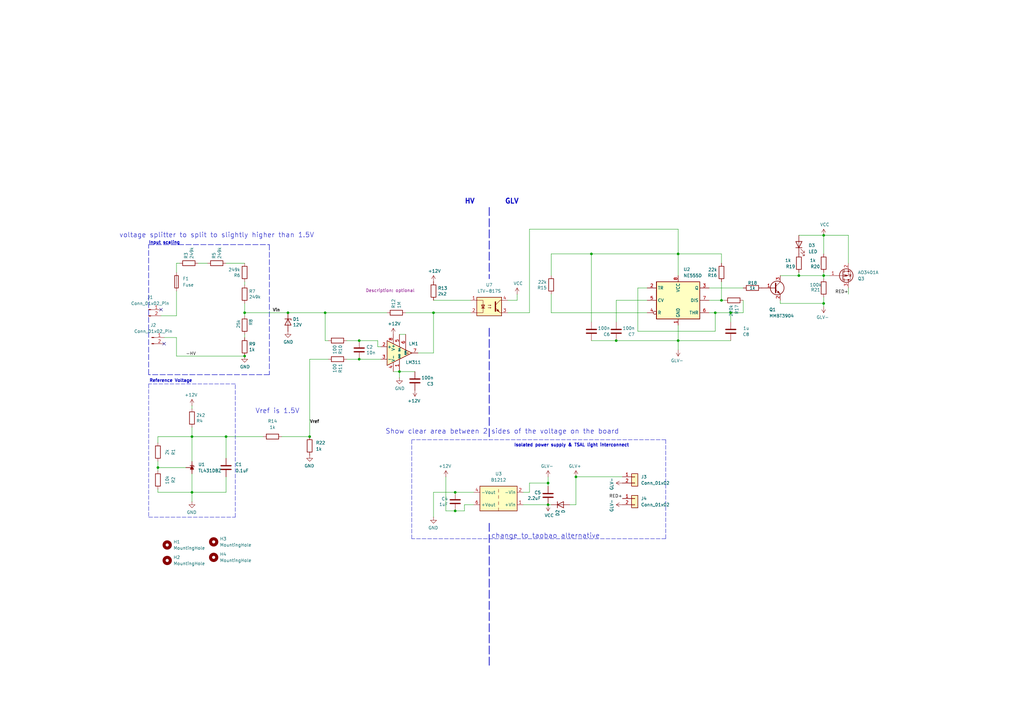
<source format=kicad_sch>
(kicad_sch (version 20250114) (generator "eeschema") (generator_version "9.0")
  (paper "A3")
  (title_block (title "TSAL") (date "2020-03-11") (rev "3.1") (company "NU Racing (UoN)") (comment 1 "Michael Ruppe") (comment 2 "github.com/michaelruppe/FSAE"))
  (lib_symbols
    (symbol "Comparator:LM311" (pin_names (offset 0.127))
      (property "Reference" "U" (at 3.81 6.35 0))
      (property "Value" "LM311" (at 3.81 3.81 0))
      (symbol "LM311_0_1"
        (polyline (pts (xy 3.683 -0.381) (xy 3.302 -0.381) (xy 3.683 0) (xy 3.302 0.381) (xy 2.921 0) (xy 3.302 -0.381) (xy 2.921 -0.381)) (stroke (width 0.127)))
        (polyline (pts (xy 5.08 0) (xy -5.08 5.08) (xy -5.08 -5.08) (xy 5.08 0)) (stroke (width 0.254)) (fill (type background)))
      )
      (symbol "LM311_1_1"
        (pin input line (at -7.62 2.54 0) (length 2.54) (name "+") (number "2"))
        (pin input line (at -7.62 -2.54 0) (length 2.54) (name "-") (number "3"))
        (pin power_in line (at -2.54 7.62 270) (length 3.81) (name "V+") (number "8"))
        (pin power_in line (at -2.54 -7.62 90) (length 3.81) (name "V-") (number "4"))
        (pin input line (at 0 7.62 270) (length 5.08) (name "BAL") (number "5"))
        (pin passive line (at 0 -7.62 90) (length 5.08) (name "GND") (number "1"))
        (pin input line (at 2.54 7.62 270) (length 6.35) (name "STRB") (number "6"))
        (pin open_collector line (at 7.62 0 180) (length 2.54) (name "~") (number "7"))
      )
    )
    (symbol "Connector:Conn_01x02_Pin" (pin_names (offset 1.016) (hide yes))
      (property "Reference" "J" (at 0 2.54 0))
      (property "Value" "Conn_01x02_Pin" (at 0 -5.08 0))
      (symbol "Conn_01x02_Pin_1_1"
        (rectangle (start 0.8636 0.127) (end 0 -0.127) (stroke (width 0.1524)) (fill (type outline)))
        (rectangle (start 0.8636 -2.413) (end 0 -2.667) (stroke (width 0.1524)) (fill (type outline)))
        (polyline (pts (xy 1.27 0) (xy 0.8636 0)) (stroke (width 0.1524)))
        (polyline (pts (xy 1.27 -2.54) (xy 0.8636 -2.54)) (stroke (width 0.1524)))
        (pin passive line (at 5.08 0 180) (length 3.81) (name "Pin_1") (number "1"))
        (pin passive line (at 5.08 -2.54 180) (length 3.81) (name "Pin_2") (number "2"))
      )
    )
    (symbol "Connector_Generic:Conn_01x02" (pin_names (offset 1.016) (hide yes))
      (property "Reference" "J" (at 0 2.54 0))
      (property "Value" "Conn_01x02" (at 0 -5.08 0))
      (symbol "Conn_01x02_1_1"
        (rectangle (start -1.27 1.27) (end 1.27 -3.81) (stroke (width 0.254)) (fill (type background)))
        (rectangle (start -1.27 0.127) (end 0 -0.127) (stroke (width 0.1524)))
        (rectangle (start -1.27 -2.413) (end 0 -2.667) (stroke (width 0.1524)))
        (pin passive line (at -5.08 0 0) (length 3.81) (name "Pin_1") (number "1"))
        (pin passive line (at -5.08 -2.54 0) (length 3.81) (name "Pin_2") (number "2"))
      )
    )
    (symbol "Converter_DCDC:TBA2-1212"
      (property "Reference" "U" (at -6.35 6.35 0))
      (property "Value" "TBA2-1212" (at 2.54 6.35 0))
      (symbol "TBA2-1212_0_1"
        (rectangle (start -7.62 5.08) (end 7.62 -5.08) (stroke (width 0.254)) (fill (type background)))
        (polyline (pts (xy 0 5.08) (xy 0 3.81)))
        (polyline (pts (xy 0 2.54) (xy 0 1.27)))
        (polyline (pts (xy 0 0) (xy 0 -1.27)))
        (polyline (pts (xy 0 -2.54) (xy 0 -3.81)))
      )
      (symbol "TBA2-1212_1_1"
        (pin power_in line (at -10.16 2.54 0) (length 2.54) (name "+Vin") (number "1"))
        (pin power_in line (at -10.16 -2.54 0) (length 2.54) (name "-Vin") (number "2"))
        (pin power_out line (at 10.16 2.54 180) (length 2.54) (name "+Vout") (number "6"))
        (pin power_out line (at 10.16 -2.54 180) (length 2.54) (name "-Vout") (number "4"))
      )
    )
    (symbol "Device:C" (pin_numbers (hide yes)) (pin_names (offset 0.254))
      (property "Reference" "C" (at 0.635 2.54 0))
      (property "Value" "C" (at 0.635 -2.54 0))
      (symbol "C_0_1"
        (polyline (pts (xy -2.032 0.762) (xy 2.032 0.762)) (stroke (width 0.508)))
        (polyline (pts (xy -2.032 -0.762) (xy 2.032 -0.762)) (stroke (width 0.508)))
      )
      (symbol "C_1_1"
        (pin passive line (at 0 3.81 270) (length 2.794) (name "~") (number "1"))
        (pin passive line (at 0 -3.81 90) (length 2.794) (name "~") (number "2"))
      )
    )
    (symbol "Device:D" (pin_numbers (hide yes)) (pin_names (offset 1.016) (hide yes))
      (property "Reference" "D" (at 0 2.54 0))
      (property "Value" "D" (at 0 -2.54 0))
      (symbol "D_0_1"
        (polyline (pts (xy -1.27 1.27) (xy -1.27 -1.27)) (stroke (width 0.254)))
        (polyline (pts (xy 1.27 1.27) (xy 1.27 -1.27) (xy -1.27 0) (xy 1.27 1.27)) (stroke (width 0.254)))
        (polyline (pts (xy 1.27 0) (xy -1.27 0)))
      )
      (symbol "D_1_1"
        (pin passive line (at -3.81 0 0) (length 2.54) (name "K") (number "1"))
        (pin passive line (at 3.81 0 180) (length 2.54) (name "A") (number "2"))
      )
    )
    (symbol "Device:D_Zener" (pin_numbers (hide yes)) (pin_names (offset 1.016) (hide yes))
      (property "Reference" "D" (at 0 2.54 0))
      (property "Value" "D_Zener" (at 0 -2.54 0))
      (symbol "D_Zener_0_1"
        (polyline (pts (xy -1.27 -1.27) (xy -1.27 1.27) (xy -0.762 1.27)) (stroke (width 0.254)))
        (polyline (pts (xy 1.27 0) (xy -1.27 0)))
        (polyline (pts (xy 1.27 -1.27) (xy 1.27 1.27) (xy -1.27 0) (xy 1.27 -1.27)) (stroke (width 0.254)))
      )
      (symbol "D_Zener_1_1"
        (pin passive line (at -3.81 0 0) (length 2.54) (name "K") (number "1"))
        (pin passive line (at 3.81 0 180) (length 2.54) (name "A") (number "2"))
      )
    )
    (symbol "Device:Fuse" (pin_numbers (hide yes)) (pin_names (offset 0))
      (property "Reference" "F" (at 2.032 0 90))
      (property "Value" "Fuse" (at -1.905 0 90))
      (symbol "Fuse_0_1"
        (rectangle (start -0.762 -2.54) (end 0.762 2.54) (stroke (width 0.254)))
        (polyline (pts (xy 0 2.54) (xy 0 -2.54)))
      )
      (symbol "Fuse_1_1"
        (pin passive line (at 0 3.81 270) (length 1.27) (name "~") (number "1"))
        (pin passive line (at 0 -3.81 90) (length 1.27) (name "~") (number "2"))
      )
    )
    (symbol "Device:LED" (pin_numbers (hide yes)) (pin_names (offset 1.016) (hide yes))
      (property "Reference" "D" (at 0 2.54 0))
      (property "Value" "LED" (at 0 -2.54 0))
      (symbol "LED_0_1"
        (polyline (pts (xy -3.048 -0.762) (xy -4.572 -2.286) (xy -3.81 -2.286) (xy -4.572 -2.286) (xy -4.572 -1.524)))
        (polyline (pts (xy -1.778 -0.762) (xy -3.302 -2.286) (xy -2.54 -2.286) (xy -3.302 -2.286) (xy -3.302 -1.524)))
        (polyline (pts (xy -1.27 0) (xy 1.27 0)))
        (polyline (pts (xy -1.27 -1.27) (xy -1.27 1.27)) (stroke (width 0.254)))
        (polyline (pts (xy 1.27 -1.27) (xy 1.27 1.27) (xy -1.27 0) (xy 1.27 -1.27)) (stroke (width 0.254)))
      )
      (symbol "LED_1_1"
        (pin passive line (at -3.81 0 0) (length 2.54) (name "K") (number "1"))
        (pin passive line (at 3.81 0 180) (length 2.54) (name "A") (number "2"))
      )
    )
    (symbol "Device:R" (pin_numbers (hide yes)) (pin_names (offset 0))
      (property "Reference" "R" (at 2.032 0 90))
      (property "Value" "R" (at 0 0 90))
      (symbol "R_0_1"
        (rectangle (start -1.016 -2.54) (end 1.016 2.54) (stroke (width 0.254)))
      )
      (symbol "R_1_1"
        (pin passive line (at 0 3.81 270) (length 1.27) (name "~") (number "1"))
        (pin passive line (at 0 -3.81 90) (length 1.27) (name "~") (number "2"))
      )
    )
    (symbol "Isolator:LTV-817S" (pin_names (offset 1.016))
      (property "Reference" "U" (at -3.81 5.08 0))
      (property "Value" "LTV-817S" (at 0 -5.08 0))
      (symbol "LTV-817S_1_1"
        (rectangle (start -5.08 3.81) (end 5.08 -3.81) (stroke (width 0.254)) (fill (type background)))
        (polyline (pts (xy -5.08 2.54) (xy -2.54 2.54) (xy -2.54 -0.762)))
        (polyline (pts (xy -3.175 -0.635) (xy -1.905 -0.635)) (stroke (width 0.254)))
        (polyline (pts (xy -2.54 -0.635) (xy -2.54 -2.54) (xy -5.08 -2.54)))
        (polyline (pts (xy -2.54 -0.635) (xy -3.175 0.635) (xy -1.905 0.635) (xy -2.54 -0.635)) (stroke (width 0.254)))
        (polyline (pts (xy -0.508 0.508) (xy 0.762 0.508) (xy 0.381 0.381) (xy 0.381 0.635) (xy 0.762 0.508)))
        (polyline (pts (xy -0.508 -0.508) (xy 0.762 -0.508) (xy 0.381 -0.635) (xy 0.381 -0.381) (xy 0.762 -0.508)))
        (polyline (pts (xy 2.54 1.905) (xy 2.54 -1.905) (xy 2.54 -1.905)) (stroke (width 0.508)))
        (polyline (pts (xy 2.54 0.635) (xy 4.445 2.54)))
        (polyline (pts (xy 3.048 -1.651) (xy 3.556 -1.143) (xy 4.064 -2.159) (xy 3.048 -1.651) (xy 3.048 -1.651)) (fill (type outline)))
        (polyline (pts (xy 4.445 2.54) (xy 5.08 2.54)))
        (polyline (pts (xy 4.445 -2.54) (xy 2.54 -0.635)) (fill (type outline)))
        (polyline (pts (xy 4.445 -2.54) (xy 5.08 -2.54)))
        (pin passive line (at -7.62 2.54 0) (length 2.54) (name "~") (number "1"))
        (pin passive line (at -7.62 -2.54 0) (length 2.54) (name "~") (number "2"))
        (pin passive line (at 7.62 2.54 180) (length 2.54) (name "~") (number "4"))
        (pin passive line (at 7.62 -2.54 180) (length 2.54) (name "~") (number "3"))
      )
    )
    (symbol "Mechanical:MountingHole" (pin_names (offset 1.016)) (exclude_from_sim yes) (in_bom no)
      (property "Reference" "H" (at 0 5.08 0))
      (property "Value" "MountingHole" (at 0 3.175 0))
      (symbol "MountingHole_0_1"
        (circle (center 0 0) (radius 1.27) (stroke (width 1.27)))
      )
    )
    (symbol "Reference_Voltage:TL431DBZ" (pin_numbers (hide yes)) (pin_names (hide yes))
      (property "Reference" "U" (at -2.54 2.54 0))
      (property "Value" "TL431DBZ" (at 0 -2.54 0))
      (symbol "TL431DBZ_0_1"
        (polyline (pts (xy -1.27 0) (xy 0 0) (xy 1.27 0)))
        (polyline (pts (xy -0.762 -0.762) (xy -0.762 0.762) (xy 0.762 0) (xy -0.762 -0.762)) (fill (type outline)))
        (polyline (pts (xy 0.254 -0.762) (xy 0.762 -0.762) (xy 0.762 0.762) (xy 0.762 0.762)) (stroke (width 0.254)))
      )
      (symbol "TL431DBZ_1_1"
        (pin passive line (at -2.54 0 0) (length 2.54) (name "A") (number "3"))
        (pin passive line (at 0 2.54 270) (length 2.54) (name "REF") (number "2"))
        (pin passive line (at 2.54 0 180) (length 2.54) (name "K") (number "1"))
      )
    )
    (symbol "Timer:NE555D"
      (property "Reference" "U" (at -10.16 8.89 0))
      (property "Value" "NE555D" (at 2.54 8.89 0))
      (symbol "NE555D_0_0"
        (pin power_in line (at 0 10.16 270) (length 2.54) (name "VCC") (number "8"))
        (pin power_in line (at 0 -10.16 90) (length 2.54) (name "GND") (number "1"))
      )
      (symbol "NE555D_0_1"
        (rectangle (start -8.89 -7.62) (end 8.89 7.62) (stroke (width 0.254)) (fill (type background)))
        (rectangle (start -8.89 -7.62) (end 8.89 7.62) (stroke (width 0.254)) (fill (type background)))
      )
      (symbol "NE555D_1_1"
        (pin input line (at -12.7 5.08 0) (length 3.81) (name "TR") (number "2"))
        (pin input line (at -12.7 0 0) (length 3.81) (name "CV") (number "5"))
        (pin input inverted (at -12.7 -5.08 0) (length 3.81) (name "R") (number "4"))
        (pin output line (at 12.7 5.08 180) (length 3.81) (name "Q") (number "3"))
        (pin input line (at 12.7 0 180) (length 3.81) (name "DIS") (number "7"))
        (pin input line (at 12.7 -5.08 180) (length 3.81) (name "THR") (number "6"))
      )
    )
    (symbol "Transistor_BJT:MMBT3904" (pin_names (offset 0) (hide yes))
      (property "Reference" "Q" (at 5.08 1.905 0))
      (property "Value" "MMBT3904" (at 5.08 0 0))
      (symbol "MMBT3904_0_1"
        (polyline (pts (xy 0.635 1.905) (xy 0.635 -1.905) (xy 0.635 -1.905)) (stroke (width 0.508)))
        (polyline (pts (xy 0.635 0.635) (xy 2.54 2.54)))
        (polyline (pts (xy 0.635 -0.635) (xy 2.54 -2.54) (xy 2.54 -2.54)))
        (circle (center 1.27 0) (radius 2.8194) (stroke (width 0.254)))
        (polyline (pts (xy 1.27 -1.778) (xy 1.778 -1.27) (xy 2.286 -2.286) (xy 1.27 -1.778) (xy 1.27 -1.778)) (fill (type outline)))
      )
      (symbol "MMBT3904_1_1"
        (pin input line (at -5.08 0 0) (length 5.715) (name "B") (number "1"))
        (pin passive line (at 2.54 5.08 270) (length 2.54) (name "C") (number "3"))
        (pin passive line (at 2.54 -5.08 90) (length 2.54) (name "E") (number "2"))
      )
    )
    (symbol "Transistor_FET:AO3401A" (pin_names (hide yes))
      (property "Reference" "Q" (at 5.08 1.905 0))
      (property "Value" "AO3401A" (at 5.08 0 0))
      (symbol "AO3401A_0_1"
        (polyline (pts (xy 0.254 1.905) (xy 0.254 -1.905)) (stroke (width 0.254)))
        (polyline (pts (xy 0.254 0) (xy -2.54 0)))
        (polyline (pts (xy 0.762 2.286) (xy 0.762 1.27)) (stroke (width 0.254)))
        (polyline (pts (xy 0.762 1.778) (xy 3.302 1.778) (xy 3.302 -1.778) (xy 0.762 -1.778)))
        (polyline (pts (xy 0.762 0.508) (xy 0.762 -0.508)) (stroke (width 0.254)))
        (polyline (pts (xy 0.762 -1.27) (xy 0.762 -2.286)) (stroke (width 0.254)))
        (circle (center 1.651 0) (radius 2.794) (stroke (width 0.254)))
        (polyline (pts (xy 2.286 0) (xy 1.27 0.381) (xy 1.27 -0.381) (xy 2.286 0)) (fill (type outline)))
        (polyline (pts (xy 2.54 2.54) (xy 2.54 1.778)))
        (circle (center 2.54 1.778) (radius 0.254) (fill (type outline)))
        (circle (center 2.54 -1.778) (radius 0.254) (fill (type outline)))
        (polyline (pts (xy 2.54 -2.54) (xy 2.54 0) (xy 0.762 0)))
        (polyline (pts (xy 2.794 -0.508) (xy 2.921 -0.381) (xy 3.683 -0.381) (xy 3.81 -0.254)))
        (polyline (pts (xy 3.302 -0.381) (xy 2.921 0.254) (xy 3.683 0.254) (xy 3.302 -0.381)))
      )
      (symbol "AO3401A_1_1"
        (pin input line (at -5.08 0 0) (length 2.54) (name "G") (number "1"))
        (pin passive line (at 2.54 5.08 270) (length 2.54) (name "D") (number "3"))
        (pin passive line (at 2.54 -5.08 90) (length 2.54) (name "S") (number "2"))
      )
    )
    (symbol "power-symbol-library:GLV+" (power) (pin_names (offset 0))
      (property "Value" "GLV+" (at 0 3.81 0))
      (symbol "GLV+_0_1"
        (polyline (pts (xy -0.762 1.27) (xy 0 2.54)))
        (polyline (pts (xy 0 2.54) (xy 0.762 1.27)))
        (polyline (pts (xy 0 0) (xy 0 2.54)))
      )
      (symbol "GLV+_1_1"
        (pin power_in line (at 0 0 90) (length 0) (hide yes) (name "GLV+") (number "1"))
      )
    )
    (symbol "power-symbol-library:GLV-" (power) (pin_names (offset 0))
      (property "Value" "GLV-" (at 0 3.81 0))
      (symbol "GLV-_0_1"
        (polyline (pts (xy -0.762 1.27) (xy 0 2.54)))
        (polyline (pts (xy 0 2.54) (xy 0.762 1.27)))
        (polyline (pts (xy 0 0) (xy 0 2.54)))
      )
      (symbol "GLV-_1_1"
        (pin power_in line (at 0 0 90) (length 0) (hide yes) (name "GLV-") (number "1"))
      )
    )
    (symbol "power:+12V" (power) (pin_numbers (hide yes)) (pin_names (offset 0) (hide yes))
      (property "Value" "+12V" (at 0 3.556 0))
      (symbol "+12V_0_1"
        (polyline (pts (xy -0.762 1.27) (xy 0 2.54)))
        (polyline (pts (xy 0 2.54) (xy 0.762 1.27)))
        (polyline (pts (xy 0 0) (xy 0 2.54)))
      )
      (symbol "+12V_1_1"
        (pin power_in line (at 0 0 90) (length 0) (name "~") (number "1"))
      )
    )
    (symbol "power:GND" (power) (pin_numbers (hide yes)) (pin_names (offset 0) (hide yes))
      (property "Value" "GND" (at 0 -3.81 0))
      (symbol "GND_0_1"
        (polyline (pts (xy 0 0) (xy 0 -1.27) (xy 1.27 -1.27) (xy 0 -2.54) (xy -1.27 -1.27) (xy 0 -1.27)))
      )
      (symbol "GND_1_1"
        (pin power_in line (at 0 0 270) (length 0) (name "~") (number "1"))
      )
    )
    (symbol "power:VCC" (power) (pin_numbers (hide yes)) (pin_names (offset 0) (hide yes))
      (property "Value" "VCC" (at 0 3.556 0))
      (symbol "VCC_0_1"
        (polyline (pts (xy -0.762 1.27) (xy 0 2.54)))
        (polyline (pts (xy 0 2.54) (xy 0.762 1.27)))
        (polyline (pts (xy 0 0) (xy 0 2.54)))
      )
      (symbol "VCC_1_1"
        (pin power_in line (at 0 0 90) (length 0) (name "~") (number "1"))
      )
    )
  )
  (text "change to taobao alternative\n\n" (at 223.774 221.488 0) (effects (font (size 2.0066 2.0066))))
  (text "voltage splitter to split to slightly higher than 1.5V" (at 88.9 96.52 0) (effects (font (size 2.0066 2.0066))))
  (text "Show clear area between 2 sides of the voltage on the board" (at 205.994 177.038 0) (effects (font (size 2.0066 2.0066))))
  (text "Isolated power supply & TSAL light interconnect" (at 258.064 183.388 0) (effects (font (size 1.27 1.27) (thickness 0.254) (bold yes)) (justify right bottom)))
  (text "Reference Voltage" (at 61.214 156.972 0) (effects (font (size 1.27 1.27) (thickness 0.254) (bold yes)) (justify left bottom)))
  (text "Input scaling" (at 60.96 100.33 0) (effects (font (size 1.27 1.27) (thickness 0.254) (bold yes)) (justify left bottom)))
  (text "GLV" (at 207.01 83.82 0) (effects (font (size 2.0066 2.0066) (thickness 0.4013) (bold yes)) (justify left bottom)))
  (text "Vref is 1.5V\n" (at 113.792 168.656 0) (effects (font (size 2.0066 2.0066))))
  (text "HV" (at 190.5 83.82 0) (effects (font (size 2.0066 2.0066) (thickness 0.4013) (bold yes)) (justify left bottom)))
  (junction (at 127 179.07))
  (junction (at 163.83 152.4))
  (junction (at 224.79 207.01))
  (junction (at 242.57 104.14))
  (junction (at 92.71 179.07))
  (junction (at 147.32 147.32))
  (junction (at 100.33 128.27))
  (junction (at 337.82 124.46))
  (junction (at 186.69 201.93))
  (junction (at 177.8 128.27))
  (junction (at 327.66 113.03))
  (junction (at 78.74 179.07))
  (junction (at 133.35 128.27))
  (junction (at 100.33 146.05))
  (junction (at 64.77 191.77))
  (junction (at 186.69 209.55))
  (junction (at 118.11 128.27))
  (junction (at 278.13 139.7))
  (junction (at 295.91 123.19))
  (junction (at 337.82 96.52))
  (junction (at 224.79 198.12))
  (junction (at 147.32 139.7))
  (junction (at 236.22 195.58))
  (junction (at 278.13 104.14))
  (junction (at 299.72 128.27))
  (junction (at 293.37 128.27))
  (junction (at 78.74 201.93))
  (junction (at 252.73 139.7))
  (junction (at 337.82 113.03))
  (no_connect (at 66.04 127))
  (no_connect (at 67.31 140.97))
  (wire (pts (xy 92.71 201.93) (xy 78.74 201.93)))
  (polyline (pts (xy 110.49 153.67) (xy 60.96 153.67)) (stroke (width 0.2032) (type dash)))
  (polyline (pts (xy 273.05 220.98) (xy 168.91 220.98)) (stroke (width 0) (type dash)))
  (wire (pts (xy 261.62 135.89) (xy 293.37 135.89)))
  (wire (pts (xy 320.04 124.46) (xy 320.04 123.19)))
  (wire (pts (xy 295.91 123.19) (xy 297.18 123.19)))
  (wire (pts (xy 278.13 93.98) (xy 278.13 104.14)))
  (wire (pts (xy 190.5 207.01) (xy 194.31 207.01)))
  (wire (pts (xy 156.21 142.24) (xy 154.94 142.24)))
  (wire (pts (xy 134.62 147.32) (xy 127 147.32)))
  (polyline (pts (xy 96.52 157.48) (xy 60.96 157.48)) (stroke (width 0) (type dash)))
  (wire (pts (xy 226.06 128.27) (xy 265.43 128.27)))
  (wire (pts (xy 100.33 129.54) (xy 100.33 128.27)))
  (wire (pts (xy 278.13 104.14) (xy 278.13 113.03)))
  (wire (pts (xy 64.77 191.77) (xy 64.77 193.04)))
  (wire (pts (xy 72.39 111.76) (xy 72.39 107.95)))
  (wire (pts (xy 337.82 124.46) (xy 337.82 121.92)))
  (wire (pts (xy 177.8 212.09) (xy 177.8 201.93)))
  (wire (pts (xy 320.04 113.03) (xy 327.66 113.03)))
  (wire (pts (xy 92.71 107.95) (xy 100.33 107.95)))
  (polyline (pts (xy 200.66 85.09) (xy 200.66 114.3)) (stroke (width 0.3048) (type dash)))
  (polyline (pts (xy 110.49 100.33) (xy 110.49 153.67)) (stroke (width 0.2032) (type dash)))
  (wire (pts (xy 212.09 123.19) (xy 212.09 120.65)))
  (wire (pts (xy 226.06 104.14) (xy 242.57 104.14)))
  (polyline (pts (xy 60.96 100.33) (xy 110.49 100.33)) (stroke (width 0.2032) (type dash)))
  (wire (pts (xy 64.77 201.93) (xy 64.77 200.66)))
  (wire (pts (xy 100.33 137.16) (xy 100.33 138.43)))
  (wire (pts (xy 78.74 201.93) (xy 78.74 205.74)))
  (wire (pts (xy 64.77 189.23) (xy 64.77 191.77)))
  (polyline (pts (xy 60.96 153.67) (xy 60.96 100.33)) (stroke (width 0.2032) (type dash)))
  (wire (pts (xy 347.98 120.65) (xy 347.98 118.11)))
  (wire (pts (xy 177.8 144.78) (xy 177.8 128.27)))
  (wire (pts (xy 242.57 104.14) (xy 278.13 104.14)))
  (wire (pts (xy 72.39 107.95) (xy 73.66 107.95)))
  (wire (pts (xy 226.06 128.27) (xy 226.06 120.65)))
  (wire (pts (xy 236.22 195.58) (xy 255.27 195.58)))
  (polyline (pts (xy 200.66 134.62) (xy 200.66 180.34)) (stroke (width 0.3048) (type dash)))
  (wire (pts (xy 265.43 118.11) (xy 261.62 118.11)))
  (wire (pts (xy 166.37 137.16) (xy 163.83 137.16)))
  (polyline (pts (xy 168.91 220.98) (xy 168.91 180.34)) (stroke (width 0) (type dash)))
  (polyline (pts (xy 273.05 180.34) (xy 168.91 180.34)) (stroke (width 0) (type dash)))
  (wire (pts (xy 92.71 179.07) (xy 107.95 179.07)))
  (wire (pts (xy 290.83 123.19) (xy 295.91 123.19)))
  (wire (pts (xy 115.57 179.07) (xy 127 179.07)))
  (wire (pts (xy 100.33 124.46) (xy 100.33 128.27)))
  (wire (pts (xy 78.74 167.64) (xy 78.74 166.37)))
  (wire (pts (xy 217.17 128.27) (xy 217.17 93.98)))
  (polyline (pts (xy 60.96 212.09) (xy 96.52 212.09)) (stroke (width 0) (type dash)))
  (wire (pts (xy 226.06 113.03) (xy 226.06 104.14)))
  (wire (pts (xy 340.36 113.03) (xy 337.82 113.03)))
  (wire (pts (xy 177.8 144.78) (xy 171.45 144.78)))
  (wire (pts (xy 81.28 107.95) (xy 85.09 107.95)))
  (wire (pts (xy 242.57 132.08) (xy 242.57 104.14)))
  (wire (pts (xy 320.04 124.46) (xy 337.82 124.46)))
  (wire (pts (xy 78.74 194.31) (xy 78.74 201.93)))
  (wire (pts (xy 217.17 93.98) (xy 278.13 93.98)))
  (wire (pts (xy 147.32 139.7) (xy 142.24 139.7)))
  (wire (pts (xy 177.8 201.93) (xy 186.69 201.93)))
  (wire (pts (xy 224.79 195.58) (xy 224.79 198.12)))
  (wire (pts (xy 252.73 123.19) (xy 252.73 132.08)))
  (wire (pts (xy 190.5 209.55) (xy 186.69 209.55)))
  (wire (pts (xy 214.63 207.01) (xy 224.79 207.01)))
  (polyline (pts (xy 200.66 214.63) (xy 200.66 273.05)) (stroke (width 0.3048) (type dash)))
  (wire (pts (xy 133.35 128.27) (xy 158.75 128.27)))
  (wire (pts (xy 327.66 113.03) (xy 327.66 111.76)))
  (wire (pts (xy 236.22 195.58) (xy 236.22 207.01)))
  (wire (pts (xy 347.98 107.95) (xy 347.98 96.52)))
  (wire (pts (xy 304.8 123.19) (xy 304.8 128.27)))
  (wire (pts (xy 78.74 175.26) (xy 78.74 179.07)))
  (wire (pts (xy 133.35 128.27) (xy 133.35 139.7)))
  (wire (pts (xy 278.13 104.14) (xy 295.91 104.14)))
  (wire (pts (xy 208.28 123.19) (xy 212.09 123.19)))
  (wire (pts (xy 224.79 198.12) (xy 217.17 198.12)))
  (wire (pts (xy 186.69 209.55) (xy 182.88 209.55)))
  (wire (pts (xy 265.43 123.19) (xy 252.73 123.19)))
  (wire (pts (xy 337.82 111.76) (xy 337.82 113.03)))
  (wire (pts (xy 299.72 128.27) (xy 293.37 128.27)))
  (wire (pts (xy 224.79 198.12) (xy 224.79 199.39)))
  (wire (pts (xy 347.98 96.52) (xy 337.82 96.52)))
  (wire (pts (xy 127 147.32) (xy 127 179.07)))
  (wire (pts (xy 252.73 139.7) (xy 278.13 139.7)))
  (wire (pts (xy 337.82 124.46) (xy 337.82 125.73)))
  (wire (pts (xy 154.94 139.7) (xy 147.32 139.7)))
  (wire (pts (xy 92.71 195.58) (xy 92.71 201.93)))
  (wire (pts (xy 142.24 147.32) (xy 147.32 147.32)))
  (wire (pts (xy 177.8 123.19) (xy 193.04 123.19)))
  (wire (pts (xy 293.37 135.89) (xy 293.37 128.27)))
  (wire (pts (xy 72.39 138.43) (xy 72.39 146.05)))
  (wire (pts (xy 64.77 191.77) (xy 76.2 191.77)))
  (wire (pts (xy 100.33 128.27) (xy 118.11 128.27)))
  (wire (pts (xy 163.83 152.4) (xy 163.83 154.94)))
  (wire (pts (xy 242.57 139.7) (xy 252.73 139.7)))
  (wire (pts (xy 133.35 139.7) (xy 134.62 139.7)))
  (wire (pts (xy 67.31 138.43) (xy 72.39 138.43)))
  (wire (pts (xy 78.74 179.07) (xy 92.71 179.07)))
  (wire (pts (xy 163.83 152.4) (xy 170.18 152.4)))
  (polyline (pts (xy 273.05 180.34) (xy 273.05 220.98)) (stroke (width 0) (type dash)))
  (wire (pts (xy 161.29 152.4) (xy 163.83 152.4)))
  (wire (pts (xy 72.39 146.05) (xy 100.33 146.05)))
  (wire (pts (xy 299.72 139.7) (xy 278.13 139.7)))
  (wire (pts (xy 64.77 201.93) (xy 78.74 201.93)))
  (wire (pts (xy 236.22 207.01) (xy 233.68 207.01)))
  (wire (pts (xy 78.74 179.07) (xy 78.74 189.23)))
  (wire (pts (xy 337.82 96.52) (xy 337.82 104.14)))
  (wire (pts (xy 64.77 179.07) (xy 64.77 181.61)))
  (wire (pts (xy 278.13 139.7) (xy 278.13 143.51)))
  (wire (pts (xy 100.33 115.57) (xy 100.33 116.84)))
  (wire (pts (xy 226.06 207.01) (xy 224.79 207.01)))
  (wire (pts (xy 64.77 179.07) (xy 78.74 179.07)))
  (wire (pts (xy 182.88 195.58) (xy 182.88 209.55)))
  (wire (pts (xy 337.82 114.3) (xy 337.82 113.03)))
  (wire (pts (xy 217.17 201.93) (xy 214.63 201.93)))
  (wire (pts (xy 154.94 142.24) (xy 154.94 139.7)))
  (wire (pts (xy 327.66 96.52) (xy 337.82 96.52)))
  (wire (pts (xy 186.69 201.93) (xy 194.31 201.93)))
  (polyline (pts (xy 60.96 157.48) (xy 60.96 212.09)) (stroke (width 0) (type dash)))
  (wire (pts (xy 304.8 128.27) (xy 299.72 128.27)))
  (polyline (pts (xy 96.52 212.09) (xy 96.52 157.48)) (stroke (width 0) (type dash)))
  (wire (pts (xy 295.91 104.14) (xy 295.91 107.95)))
  (wire (pts (xy 190.5 209.55) (xy 190.5 207.01)))
  (wire (pts (xy 72.39 119.38) (xy 72.39 129.54)))
  (wire (pts (xy 261.62 118.11) (xy 261.62 135.89)))
  (wire (pts (xy 92.71 179.07) (xy 92.71 187.96)))
  (wire (pts (xy 299.72 132.08) (xy 299.72 128.27)))
  (wire (pts (xy 290.83 118.11) (xy 304.8 118.11)))
  (wire (pts (xy 118.11 128.27) (xy 133.35 128.27)))
  (wire (pts (xy 293.37 128.27) (xy 290.83 128.27)))
  (wire (pts (xy 66.04 129.54) (xy 72.39 129.54)))
  (wire (pts (xy 327.66 113.03) (xy 337.82 113.03)))
  (wire (pts (xy 278.13 139.7) (xy 278.13 133.35)))
  (wire (pts (xy 166.37 128.27) (xy 177.8 128.27)))
  (wire (pts (xy 147.32 147.32) (xy 156.21 147.32)))
  (wire (pts (xy 295.91 115.57) (xy 295.91 123.19)))
  (wire (pts (xy 208.28 128.27) (xy 217.17 128.27)))
  (wire (pts (xy 177.8 128.27) (xy 193.04 128.27)))
  (wire (pts (xy 217.17 198.12) (xy 217.17 201.93)))
  (label "RED+" (at 347.98 120.65 180))
  (label "-HV" (at 76.2 146.05 0))
  (label "RED+" (at 255.27 204.47 180))
  (label "Vref" (at 127 173.99 0) (effects (font (thickness 0.254) (bold yes))))
  (label "Vin" (at 111.76 128.27 0) (effects (font (thickness 0.254) (bold yes))))
  (symbol (lib_id "Device:R") (at 100.33 120.65 0) (unit 1)
    (property "Reference" "R7" (at 102.108 119.4816 0) (effects (justify left)))
    (property "Value" "249k" (at 102.108 121.793 0) (effects (justify left)))
    (property "Footprint" "Resistor_SMD:R_0805_2012Metric_Pad1.20x1.40mm_HandSolder" (effects (hide yes)))
  )
  (symbol (lib_id "Device:R") (at 100.33 133.35 180) (unit 1)
    (property "Reference" "R8" (at 102.87 130.81 90) (effects (justify left)))
    (property "Value" "25k" (at 97.79 131.0386 90) (effects (justify left)))
    (property "Footprint" "Resistor_SMD:R_0805_2012Metric_Pad1.20x1.40mm_HandSolder" (effects (hide yes)))
  )
  (symbol (lib_id "Device:C") (at 224.79 203.2 0) (mirror y) (unit 1)
    (property "Reference" "C5" (at 221.869 202.0316 0) (effects (justify left)))
    (property "Value" "2.2uF" (at 221.869 204.343 0) (effects (justify left)))
    (property "Footprint" "Capacitor_SMD:C_0805_2012Metric_Pad1.18x1.45mm_HandSolder" (effects (hide yes)))
  )
  (symbol (lib_id "power:+12V") (at 182.88 195.58 0) (mirror y) (unit 1)
    (property "Reference" "#PWR010" (effects (hide yes)))
    (property "Value" "+12V" (at 182.499 191.1858 0))
  )
  (symbol (lib_id "power:GND") (at 177.8 212.09 0) (mirror y) (unit 1)
    (property "Reference" "#PWR09" (effects (hide yes)))
    (property "Value" "GND" (at 177.673 216.4842 0))
  )
  (symbol (lib_id "Device:R") (at 138.43 147.32 270) (unit 1)
    (property "Reference" "R11" (at 139.5984 149.098 0) (effects (justify left)))
    (property "Value" "100" (at 137.287 149.098 0) (effects (justify left)))
    (property "Footprint" "Resistor_SMD:R_0805_2012Metric_Pad1.20x1.40mm_HandSolder" (effects (hide yes)))
  )
  (symbol (lib_id "Device:C") (at 147.32 143.51 0) (unit 1)
    (property "Reference" "C2" (at 150.241 142.3416 0) (effects (justify left)))
    (property "Value" "10n" (at 150.241 144.653 0) (effects (justify left)))
    (property "Footprint" "Capacitor_SMD:C_0805_2012Metric_Pad1.18x1.45mm_HandSolder" (effects (hide yes)))
  )
  (symbol (lib_id "Device:R") (at 138.43 139.7 270) (unit 1)
    (property "Reference" "R10" (at 139.5984 141.478 0) (effects (justify left)))
    (property "Value" "100" (at 137.287 141.478 0) (effects (justify left)))
    (property "Footprint" "Resistor_SMD:R_0805_2012Metric_Pad1.20x1.40mm_HandSolder" (effects (hide yes)))
  )
  (symbol (lib_id "Device:D_Zener") (at 118.11 132.08 270) (unit 1)
    (property "Reference" "D1" (at 120.1166 130.9116 90) (effects (justify left)))
    (property "Value" "12V" (at 120.1166 133.223 90) (effects (justify left)))
    (property "Footprint" "Diode_THT:D_DO-35_SOD27_P7.62mm_Horizontal" (effects (hide yes)))
  )
  (symbol (lib_id "power:GND") (at 118.11 135.89 0) (unit 1)
    (property "Reference" "#PWR04" (effects (hide yes)))
    (property "Value" "GND" (at 118.237 140.2842 0))
  )
  (symbol (lib_id "Device:R") (at 100.33 142.24 0) (unit 1)
    (property "Reference" "R9" (at 102.108 141.0716 0) (effects (justify left)))
    (property "Value" "1k" (at 102.108 143.383 0) (effects (justify left)))
    (property "Footprint" "Resistor_SMD:R_0805_2012Metric_Pad1.20x1.40mm_HandSolder" (effects (hide yes)))
  )
  (symbol (lib_id "power:GND") (at 100.33 146.05 0) (unit 1)
    (property "Reference" "#PWR03" (effects (hide yes)))
    (property "Value" "GND" (at 100.457 150.4442 0))
  )
  (symbol (lib_id "Device:R") (at 100.33 111.76 180) (unit 1)
    (property "Reference" "R6" (at 98.552 112.9284 0) (effects (justify left)))
    (property "Value" "249k" (at 98.552 110.617 0) (effects (justify left)))
    (property "Footprint" "Resistor_SMD:R_0805_2012Metric_Pad1.20x1.40mm_HandSolder" (effects (hide yes)))
  )
  (symbol (lib_id "Device:R") (at 162.56 128.27 90) (unit 1)
    (property "Reference" "R12" (at 161.3916 126.492 0) (effects (justify left)))
    (property "Value" "1M" (at 163.703 126.492 0) (effects (justify left)))
    (property "Footprint" "Resistor_SMD:R_0805_2012Metric_Pad1.20x1.40mm_HandSolder" (effects (hide yes)))
    (property "Description" "optional" (at 160.02 119.126 90) (show_name yes))
  )
  (symbol (lib_id "Device:C") (at 170.18 156.21 180) (unit 1)
    (property "Reference" "C3" (at 177.8 157.48 0) (effects (justify left)))
    (property "Value" "100n" (at 177.8 154.94 0) (effects (justify left)))
    (property "Footprint" "Capacitor_SMD:C_0805_2012Metric_Pad1.18x1.45mm_HandSolder" (effects (hide yes)))
  )
  (symbol (lib_id "power:+12V") (at 170.18 160.02 180) (unit 1)
    (property "Reference" "#PWR07" (effects (hide yes)))
    (property "Value" "+12V" (at 169.799 164.4142 0))
  )
  (symbol (lib_id "Comparator:LM311") (at 163.83 144.78 0) (unit 1)
    (property "Reference" "LM1" (at 167.64 140.97 0) (effects (justify left)))
    (property "Value" "LM311" (at 166.37 148.59 0) (effects (justify left)))
    (property "Footprint" "Package_SO:SOIC-8_3.9x4.9mm_P1.27mm" (effects (hide yes)))
    (property "Datasheet" "http://www.ti.com/lit/ds/symlink/lm311.pdf" (effects (hide yes)))
  )
  (symbol (lib_id "power:GND") (at 163.83 154.94 0) (unit 1)
    (property "Reference" "#PWR06" (effects (hide yes)))
    (property "Value" "GND" (at 163.957 159.3342 0))
  )
  (symbol (lib_id "power:+12V") (at 161.29 137.16 0) (unit 1)
    (property "Reference" "#PWR05" (effects (hide yes)))
    (property "Value" "+12V" (at 161.671 132.7658 0))
  )
  (symbol (lib_id "Device:D") (at 229.87 207.01 0) (mirror x) (unit 1)
    (property "Reference" "D2" (at 228.7016 209.0166 90) (effects (justify left)))
    (property "Value" "D" (at 231.013 209.0166 90) (effects (justify left)))
    (property "Footprint" "Diode_SMD:D_SMA_Handsoldering" (effects (hide yes)))
  )
  (symbol (lib_id "power:+12V") (at 177.8 115.57 0) (unit 1)
    (property "Reference" "#PWR08" (effects (hide yes)))
    (property "Value" "+12V" (at 178.181 111.1758 0))
  )
  (symbol (lib_id "Device:R") (at 177.8 119.38 0) (unit 1)
    (property "Reference" "R13" (at 179.578 118.2116 0) (effects (justify left)))
    (property "Value" "2k2" (at 179.578 120.523 0) (effects (justify left)))
    (property "Footprint" "Resistor_SMD:R_0805_2012Metric_Pad1.20x1.40mm_HandSolder" (effects (hide yes)))
  )
  (symbol (lib_id "Device:C") (at 252.73 135.89 180) (unit 1)
    (property "Reference" "C7" (at 260.35 137.16 0) (effects (justify left)))
    (property "Value" "100n" (at 260.35 134.62 0) (effects (justify left)))
    (property "Footprint" "Capacitor_SMD:C_0805_2012Metric_Pad1.18x1.45mm_HandSolder" (effects (hide yes)))
  )
  (symbol (lib_id "Device:R") (at 300.99 123.19 270) (unit 1)
    (property "Reference" "R17" (at 302.1584 124.968 0) (effects (justify left)))
    (property "Value" "220k" (at 299.847 124.968 0) (effects (justify left)))
    (property "Footprint" "Resistor_SMD:R_0805_2012Metric_Pad1.20x1.40mm_HandSolder" (effects (hide yes)))
  )
  (symbol (lib_id "Device:C") (at 242.57 135.89 180) (unit 1)
    (property "Reference" "C6" (at 250.19 137.16 0) (effects (justify left)))
    (property "Value" "100n" (at 250.19 134.62 0) (effects (justify left)))
    (property "Footprint" "Capacitor_SMD:C_0805_2012Metric_Pad1.18x1.45mm_HandSolder" (effects (hide yes)))
  )
  (symbol (lib_id "Device:C") (at 299.72 135.89 180) (unit 1)
    (property "Reference" "C8" (at 307.34 137.16 0) (effects (justify left)))
    (property "Value" "1u" (at 307.34 134.62 0) (effects (justify left)))
    (property "Footprint" "Capacitor_SMD:C_0805_2012Metric_Pad1.18x1.45mm_HandSolder" (effects (hide yes)))
  )
  (symbol (lib_id "Device:R") (at 295.91 111.76 180) (unit 1)
    (property "Reference" "R16" (at 294.132 112.9284 0) (effects (justify left)))
    (property "Value" "22k" (at 294.132 110.617 0) (effects (justify left)))
    (property "Footprint" "Resistor_SMD:R_0805_2012Metric_Pad1.20x1.40mm_HandSolder" (effects (hide yes)))
  )
  (symbol (lib_id "Device:R") (at 88.9 107.95 90) (unit 1)
    (property "Reference" "R5" (at 87.7316 106.172 0) (effects (justify left)))
    (property "Value" "249k" (at 90.043 106.172 0) (effects (justify left)))
    (property "Footprint" "Resistor_SMD:R_0805_2012Metric_Pad1.20x1.40mm_HandSolder" (effects (hide yes)))
  )
  (symbol (lib_id "Device:R") (at 77.47 107.95 90) (unit 1)
    (property "Reference" "R3" (at 76.3016 106.172 0) (effects (justify left)))
    (property "Value" "249k" (at 78.613 106.172 0) (effects (justify left)))
    (property "Footprint" "Resistor_SMD:R_0805_2012Metric_Pad1.20x1.40mm_HandSolder" (effects (hide yes)))
  )
  (symbol (lib_id "power-symbol-library:GLV+") (at 236.22 195.58 0) (mirror y) (unit 1)
    (property "Reference" "#PWR015" (effects (hide yes)))
    (property "Value" "GLV+" (at 235.839 191.1858 0))
  )
  (symbol (lib_id "power-symbol-library:GLV-") (at 224.79 195.58 0) (mirror y) (unit 1)
    (property "Reference" "#PWR013" (effects (hide yes)))
    (property "Value" "GLV-" (at 224.409 191.1858 0))
  )
  (symbol (lib_id "power:VCC") (at 224.79 207.01 0) (mirror x) (unit 1)
    (property "Reference" "#PWR014" (effects (hide yes)))
    (property "Value" "VCC" (at 225.2472 211.4042 0))
  )
  (symbol (lib_id "power:VCC") (at 212.09 120.65 0) (unit 1)
    (property "Reference" "#PWR011" (effects (hide yes)))
    (property "Value" "VCC" (at 212.5218 116.2558 0))
  )
  (symbol (lib_id "Device:R") (at 226.06 116.84 180) (unit 1)
    (property "Reference" "R15" (at 224.282 118.0084 0) (effects (justify left)))
    (property "Value" "22k" (at 224.282 115.697 0) (effects (justify left)))
    (property "Footprint" "Resistor_SMD:R_0805_2012Metric_Pad1.20x1.40mm_HandSolder" (effects (hide yes)))
  )
  (symbol (lib_id "power-symbol-library:GLV-") (at 278.13 143.51 180) (unit 1)
    (property "Reference" "#PWR018" (effects (hide yes)))
    (property "Value" "GLV-" (at 277.749 147.9042 0))
  )
  (symbol (lib_id "Device:LED") (at 327.66 100.33 90) (unit 1)
    (property "Reference" "D3" (at 331.597 100.6475 90) (effects (justify right)))
    (property "Value" "LED" (at 331.597 103.1875 90) (effects (justify right)))
    (property "Footprint" "LED_SMD:LED_0805_2012Metric_Pad1.15x1.40mm_HandSolder" (effects (hide yes)))
  )
  (symbol (lib_id "Device:R") (at 111.76 179.07 90) (unit 1)
    (property "Reference" "R14" (at 111.76 172.72 90))
    (property "Value" "1k" (at 111.76 175.26 90))
    (property "Footprint" "Resistor_SMD:R_0805_2012Metric_Pad1.20x1.40mm_HandSolder" (effects (hide yes)))
    (property "Description" "Resistor" (effects (hide yes)))
  )
  (symbol (lib_id "power:GND") (at 78.74 205.74 0) (mirror y) (unit 1)
    (property "Reference" "#PWR02" (effects (hide yes)))
    (property "Value" "GND" (at 78.613 210.1342 0))
  )
  (symbol (lib_id "Device:R") (at 64.77 196.85 0) (unit 1)
    (property "Reference" "R2" (at 71.12 196.85 90))
    (property "Value" "10k" (at 68.58 196.85 90))
    (property "Footprint" "Resistor_SMD:R_0805_2012Metric_Pad1.20x1.40mm_HandSolder" (effects (hide yes)))
    (property "Description" "Resistor" (effects (hide yes)))
  )
  (symbol (lib_id "Timer:NE555D") (at 278.13 123.19 0) (unit 1)
    (property "Reference" "U2" (at 280.3241 110.49 0) (effects (justify left)))
    (property "Value" "NE555D" (at 280.3241 113.03 0) (effects (justify left)))
    (property "Footprint" "Package_SO:SOIC-8_3.9x4.9mm_P1.27mm" (effects (hide yes)))
    (property "Datasheet" "http://www.ti.com/lit/ds/symlink/ne555.pdf" (effects (hide yes)))
    (property "Description" "Precision Timers, 555 compatible, SOIC-8" (effects (hide yes)))
  )
  (symbol (lib_id "Device:C") (at 92.71 191.77 0) (unit 1)
    (property "Reference" "C1" (at 96.52 190.4999 0) (effects (justify left)))
    (property "Value" "0.1uF" (at 96.52 193.0399 0) (effects (justify left)))
    (property "Footprint" "Capacitor_SMD:C_0805_2012Metric_Pad1.18x1.45mm_HandSolder" (effects (hide yes)))
    (property "Description" "Unpolarized capacitor" (effects (hide yes)))
  )
  (symbol (lib_id "Device:R") (at 327.66 107.95 0) (unit 1)
    (property "Reference" "R19" (at 324.231 109.347 0))
    (property "Value" "1k" (at 323.215 106.807 0))
    (property "Footprint" "Resistor_SMD:R_0805_2012Metric_Pad1.20x1.40mm_HandSolder" (effects (hide yes)))
  )
  (symbol (lib_id "Device:R") (at 337.82 107.95 0) (unit 1)
    (property "Reference" "R20" (at 334.391 109.347 0))
    (property "Value" "1k" (at 333.375 106.807 0))
    (property "Footprint" "Resistor_SMD:R_0805_2012Metric_Pad1.20x1.40mm_HandSolder" (effects (hide yes)))
  )
  (symbol (lib_id "Reference_Voltage:TL431DBZ") (at 78.74 191.77 90) (unit 1)
    (property "Reference" "U1" (at 81.28 190.4999 90) (effects (justify right)))
    (property "Value" "TL431DBZ" (at 81.28 193.0399 90) (effects (justify right)))
    (property "Footprint" "Package_TO_SOT_SMD:SOT-23" (effects (hide yes)))
    (property "Datasheet" "http://www.ti.com/lit/ds/symlink/tl431.pdf" (effects (hide yes)))
    (property "Description" "Shunt Regulator, SOT-23" (effects (hide yes)))
  )
  (symbol (lib_id "Isolator:LTV-817S") (at 200.66 125.73 0) (unit 1)
    (property "Reference" "U7" (at 200.66 116.84 0))
    (property "Value" "LTV-817S" (at 200.66 119.38 0))
    (property "Footprint" "Package_DIP:SMDIP-4_W9.53mm" (effects (hide yes)))
    (property "Datasheet" "http://www.us.liteon.com/downloads/LTV-817-827-847.PDF" (effects (hide yes)))
    (property "Description" "DC Optocoupler, Vce 35V, CTR 50%, SMDIP-4" (effects (hide yes)))
  )
  (symbol (lib_id "Transistor_FET:AO3401A") (at 345.44 113.03 0) (mirror x) (unit 1)
    (property "Reference" "Q3" (at 351.79 114.3001 0) (effects (justify left)))
    (property "Value" "AO3401A" (at 351.79 111.7601 0) (effects (justify left)))
    (property "Footprint" "Package_TO_SOT_SMD:SOT-23_Handsoldering" (effects (hide yes)))
    (property "Datasheet" "http://www.aosmd.com/pdfs/datasheet/AO3401A.pdf" (effects (hide yes)))
    (property "Description" "-4.0A Id, -30V Vds, P-Channel MOSFET, SOT-23" (effects (hide yes)))
  )
  (symbol (lib_id "Mechanical:MountingHole") (at 87.63 222.25 0) (unit 1) (exclude_from_sim yes) (in_bom no)
    (property "Reference" "H3" (at 90.17 220.9799 0) (effects (justify left)))
    (property "Value" "MountingHole" (at 90.17 223.5199 0) (effects (justify left)))
    (property "Footprint" "MountingHole:MountingHole_3.2mm_M3" (effects (hide yes)))
    (property "Description" "Mounting Hole without connection" (effects (hide yes)))
  )
  (symbol (lib_id "power-symbol-library:GLV-") (at 337.82 125.73 180) (unit 1)
    (property "Reference" "#PWR019" (effects (hide yes)))
    (property "Value" "GLV-" (at 337.439 130.1242 0))
  )
  (symbol (lib_id "Device:R") (at 337.82 118.11 0) (unit 1)
    (property "Reference" "R21" (at 334.518 118.872 0))
    (property "Value" "100k" (at 334.518 116.84 0))
    (property "Footprint" "Resistor_SMD:R_0805_2012Metric_Pad1.20x1.40mm_HandSolder" (effects (hide yes)))
  )
  (symbol (lib_id "Connector_Generic:Conn_01x02") (at 260.35 204.47 0) (unit 1)
    (property "Reference" "J4" (at 262.89 204.4699 0) (effects (justify left)))
    (property "Value" "Conn_01x02" (at 262.89 207.0099 0) (effects (justify left)))
    (property "Footprint" "Connector_JST:JST_VH_B2P-VH_1x02_P3.96mm_Vertical" (effects (hide yes)))
    (property "Description" "Generic connector, single row, 01x02, script generated (kicad-library-utils/schlib/autogen/connector/)" (effects (hide yes)))
  )
  (symbol (lib_id "power:GND") (at 127 186.69 0) (mirror y) (unit 1)
    (property "Reference" "#PWR012" (effects (hide yes)))
    (property "Value" "GND" (at 126.873 191.0842 0))
  )
  (symbol (lib_id "power-symbol-library:GLV-") (at 255.27 207.01 90) (mirror x) (unit 1)
    (property "Reference" "#PWR017" (effects (hide yes)))
    (property "Value" "GLV-" (at 250.8758 207.391 0))
  )
  (symbol (lib_id "Mechanical:MountingHole") (at 87.63 228.6 0) (unit 1) (exclude_from_sim yes) (in_bom no)
    (property "Reference" "H4" (at 90.17 227.3299 0) (effects (justify left)))
    (property "Value" "MountingHole" (at 90.17 229.8699 0) (effects (justify left)))
    (property "Footprint" "MountingHole:MountingHole_3.2mm_M3" (effects (hide yes)))
    (property "Description" "Mounting Hole without connection" (effects (hide yes)))
  )
  (symbol (lib_id "Device:C") (at 186.69 205.74 0) (mirror y) (unit 1)
    (property "Reference" "C4" (at 183.769 204.5716 0) (effects (justify left)))
    (property "Value" "1uF" (at 183.769 206.883 0) (effects (justify left)))
    (property "Footprint" "Capacitor_SMD:C_0805_2012Metric_Pad1.18x1.45mm_HandSolder" (effects (hide yes)))
  )
  (symbol (lib_id "power:+12V") (at 78.74 166.37 0) (mirror y) (unit 1)
    (property "Reference" "#PWR01" (effects (hide yes)))
    (property "Value" "+12V" (at 78.359 161.9758 0))
  )
  (symbol (lib_id "Device:R") (at 64.77 185.42 0) (unit 1)
    (property "Reference" "R1" (at 71.12 185.42 90))
    (property "Value" "2k" (at 68.58 185.42 90))
    (property "Footprint" "Resistor_SMD:R_0805_2012Metric_Pad1.20x1.40mm_HandSolder" (effects (hide yes)))
    (property "Description" "Resistor" (effects (hide yes)))
  )
  (symbol (lib_id "Connector:Conn_01x02_Pin") (at 60.96 127 0) (unit 1)
    (property "Reference" "J1" (at 61.595 121.92 0))
    (property "Value" "Conn_01x02_Pin" (at 61.595 124.46 0))
    (property "Footprint" "Connector_AMASS:AMASS_XT60-M_1x02_P7.20mm_Vertical" (effects (hide yes)))
    (property "Description" "Generic connector, single row, 01x02, script generated" (effects (hide yes)))
  )
  (symbol (lib_id "Device:R") (at 127 182.88 180) (unit 1)
    (property "Reference" "R22" (at 129.54 181.6099 0) (effects (justify right)))
    (property "Value" "1k" (at 129.54 184.1499 0) (effects (justify right)))
    (property "Footprint" "Resistor_SMD:R_0805_2012Metric_Pad1.20x1.40mm_HandSolder" (effects (hide yes)))
    (property "Description" "Resistor" (effects (hide yes)))
  )
  (symbol (lib_id "power-symbol-library:GLV-") (at 255.27 198.12 90) (mirror x) (unit 1)
    (property "Reference" "#PWR016" (effects (hide yes)))
    (property "Value" "GLV-" (at 250.8758 198.501 0))
  )
  (symbol (lib_id "Mechanical:MountingHole") (at 68.58 229.87 0) (unit 1) (exclude_from_sim yes) (in_bom no)
    (property "Reference" "H2" (at 71.12 228.5999 0) (effects (justify left)))
    (property "Value" "MountingHole" (at 71.12 231.1399 0) (effects (justify left)))
    (property "Footprint" "MountingHole:MountingHole_3.2mm_M3" (effects (hide yes)))
    (property "Description" "Mounting Hole without connection" (effects (hide yes)))
  )
  (symbol (lib_id "Transistor_BJT:MMBT3904") (at 317.5 118.11 0) (unit 1)
    (property "Reference" "Q1" (at 315.468 127 0) (effects (justify left)))
    (property "Value" "MMBT3904" (at 315.468 129.54 0) (effects (justify left)))
    (property "Footprint" "Package_TO_SOT_SMD:SOT-23_Handsoldering" (effects (hide yes)))
    (property "Datasheet" "https://www.onsemi.com/pdf/datasheet/pzt3904-d.pdf" (effects (hide yes)))
  )
  (symbol (lib_id "Device:R") (at 308.61 118.11 90) (mirror x) (unit 1)
    (property "Reference" "R18" (at 308.61 116.078 90))
    (property "Value" "1k" (at 308.61 118.11 90))
    (property "Footprint" "Resistor_SMD:R_0805_2012Metric_Pad1.20x1.40mm_HandSolder" (effects (hide yes)))
  )
  (symbol (lib_id "Device:Fuse") (at 72.39 115.57 0) (unit 1)
    (property "Reference" "F1" (at 74.93 114.2999 0) (effects (justify left)))
    (property "Value" "Fuse" (at 74.93 116.8399 0) (effects (justify left)))
    (property "Footprint" "Fuse:Fuse_0805_2012Metric_Pad1.15x1.40mm_HandSolder" (effects (hide yes)))
    (property "Description" "Fuse" (effects (hide yes)))
  )
  (symbol (lib_id "power:VCC") (at 337.82 96.52 0) (unit 1)
    (property "Reference" "#PWR020" (effects (hide yes)))
    (property "Value" "VCC" (at 338.2518 92.1258 0))
  )
  (symbol (lib_id "Converter_DCDC:TBA2-1212") (at 204.47 204.47 180) (unit 1)
    (property "Reference" "U3" (at 204.47 194.31 0))
    (property "Value" "B1212" (at 204.47 196.85 0))
    (property "Footprint" "Converter_DCDC:Converter_DCDC_TRACO_TBA2-xxxx_Single_THT" (effects (hide yes)))
    (property "Datasheet" "https://www.tracopower.com/products/tba2.pdf" (effects (hide yes)))
    (property "Description" "2W DC/DC converter unregulated, 10.8-13.2V input, 12V fixed output voltage, 165mA output, 1.5kVDC isolation, SIP-7" (effects (hide yes)))
  )
  (symbol (lib_id "Mechanical:MountingHole") (at 68.58 223.52 0) (unit 1) (exclude_from_sim yes) (in_bom no)
    (property "Reference" "H1" (at 71.12 222.2499 0) (effects (justify left)))
    (property "Value" "MountingHole" (at 71.12 224.7899 0) (effects (justify left)))
    (property "Footprint" "MountingHole:MountingHole_3.2mm_M3" (effects (hide yes)))
    (property "Description" "Mounting Hole without connection" (effects (hide yes)))
  )
  (symbol (lib_id "Connector_Generic:Conn_01x02") (at 260.35 195.58 0) (unit 1)
    (property "Reference" "J3" (at 262.89 195.5799 0) (effects (justify left)))
    (property "Value" "Conn_01x02" (at 262.89 198.1199 0) (effects (justify left)))
    (property "Footprint" "Connector_JST:JST_VH_B2P-VH_1x02_P3.96mm_Vertical" (effects (hide yes)))
    (property "Description" "Generic connector, single row, 01x02, script generated (kicad-library-utils/schlib/autogen/connector/)" (effects (hide yes)))
  )
  (symbol (lib_id "Connector:Conn_01x02_Pin") (at 62.23 138.43 0) (unit 1)
    (property "Reference" "J2" (at 62.865 133.35 0))
    (property "Value" "Conn_01x02_Pin" (at 62.865 135.89 0))
    (property "Footprint" "Connector_AMASS:AMASS_XT60-M_1x02_P7.20mm_Vertical" (effects (hide yes)))
    (property "Description" "Generic connector, single row, 01x02, script generated" (effects (hide yes)))
  )
  (symbol (lib_id "Device:R") (at 78.74 171.45 0) (mirror x) (unit 1)
    (property "Reference" "R4" (at 80.518 172.6184 0) (effects (justify left)))
    (property "Value" "2k2" (at 80.518 170.307 0) (effects (justify left)))
    (property "Footprint" "Resistor_SMD:R_0805_2012Metric_Pad1.20x1.40mm_HandSolder" (effects (hide yes)))
  )
)
</source>
